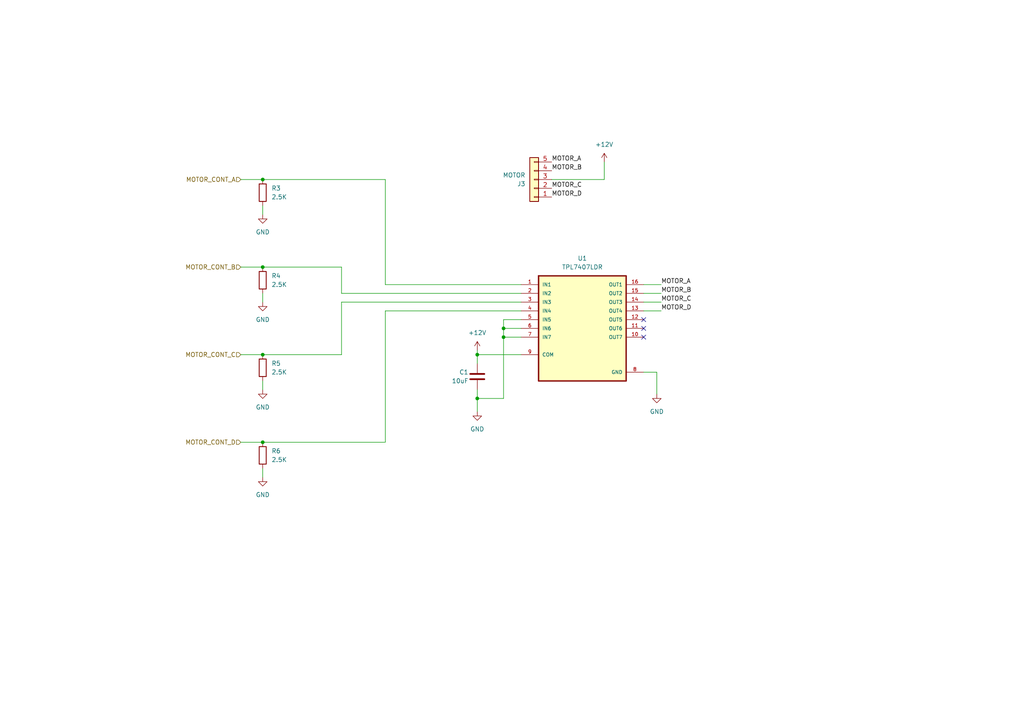
<source format=kicad_sch>
(kicad_sch (version 20250114) (generator "eeschema") (generator_version "9.0")
  (paper "A4")
  (lib_symbols
    (symbol "Connector_Generic:Conn_01x05" (pin_names (offset 1.016) (hide yes))
      (property "Reference" "J" (at 0 7.62 0))
      (property "Value" "Conn_01x05" (at 0 -7.62 0))
      (symbol "Conn_01x05_1_1"
        (rectangle (start -1.27 6.35) (end 1.27 -6.35) (stroke (width 0.254)) (fill (type background)))
        (rectangle (start -1.27 5.207) (end 0 4.953) (stroke (width 0.1524)))
        (rectangle (start -1.27 2.667) (end 0 2.413) (stroke (width 0.1524)))
        (rectangle (start -1.27 0.127) (end 0 -0.127) (stroke (width 0.1524)))
        (rectangle (start -1.27 -2.413) (end 0 -2.667) (stroke (width 0.1524)))
        (rectangle (start -1.27 -4.953) (end 0 -5.207) (stroke (width 0.1524)))
        (pin passive line (at -5.08 5.08 0) (length 3.81) (name "Pin_1") (number "1"))
        (pin passive line (at -5.08 2.54 0) (length 3.81) (name "Pin_2") (number "2"))
        (pin passive line (at -5.08 0 0) (length 3.81) (name "Pin_3") (number "3"))
        (pin passive line (at -5.08 -2.54 0) (length 3.81) (name "Pin_4") (number "4"))
        (pin passive line (at -5.08 -5.08 0) (length 3.81) (name "Pin_5") (number "5"))
      )
    )
    (symbol "Device:C" (pin_numbers (hide yes)) (pin_names (offset 0.254))
      (property "Reference" "C" (at 0.635 2.54 0))
      (property "Value" "C" (at 0.635 -2.54 0))
      (symbol "C_0_1"
        (polyline (pts (xy -2.032 0.762) (xy 2.032 0.762)) (stroke (width 0.508)))
        (polyline (pts (xy -2.032 -0.762) (xy 2.032 -0.762)) (stroke (width 0.508)))
      )
      (symbol "C_1_1"
        (pin passive line (at 0 3.81 270) (length 2.794) (name "~") (number "1"))
        (pin passive line (at 0 -3.81 90) (length 2.794) (name "~") (number "2"))
      )
    )
    (symbol "Device:R" (pin_numbers (hide yes)) (pin_names (offset 0))
      (property "Reference" "R" (at 2.032 0 90))
      (property "Value" "R" (at 0 0 90))
      (symbol "R_0_1"
        (rectangle (start -1.016 -2.54) (end 1.016 2.54) (stroke (width 0.254)))
      )
      (symbol "R_1_1"
        (pin passive line (at 0 3.81 270) (length 1.27) (name "~") (number "1"))
        (pin passive line (at 0 -3.81 90) (length 1.27) (name "~") (number "2"))
      )
    )
    (symbol "TPL7407LDR:TPL7407LDR" (pin_names (offset 1.016))
      (property "Reference" "U" (at -12.7 16.24 0))
      (property "Value" "TPL7407LDR" (at -12.7 -19.24 0))
      (symbol "TPL7407LDR_0_0"
        (rectangle (start -12.7 -15.24) (end 12.7 15.24) (stroke (width 0.41)) (fill (type background)))
        (pin input line (at -17.78 12.7 0) (length 5.08) (name "IN1") (number "1"))
        (pin input line (at -17.78 10.16 0) (length 5.08) (name "IN2") (number "2"))
        (pin input line (at -17.78 7.62 0) (length 5.08) (name "IN3") (number "3"))
        (pin input line (at -17.78 5.08 0) (length 5.08) (name "IN4") (number "4"))
        (pin input line (at -17.78 2.54 0) (length 5.08) (name "IN5") (number "5"))
        (pin input line (at -17.78 0 0) (length 5.08) (name "IN6") (number "6"))
        (pin input line (at -17.78 -2.54 0) (length 5.08) (name "IN7") (number "7"))
        (pin bidirectional line (at -17.78 -7.62 0) (length 5.08) (name "COM") (number "9"))
        (pin output line (at 17.78 12.7 180) (length 5.08) (name "OUT1") (number "16"))
        (pin output line (at 17.78 10.16 180) (length 5.08) (name "OUT2") (number "15"))
        (pin output line (at 17.78 7.62 180) (length 5.08) (name "OUT3") (number "14"))
        (pin output line (at 17.78 5.08 180) (length 5.08) (name "OUT4") (number "13"))
        (pin output line (at 17.78 2.54 180) (length 5.08) (name "OUT5") (number "12"))
        (pin output line (at 17.78 0 180) (length 5.08) (name "OUT6") (number "11"))
        (pin output line (at 17.78 -2.54 180) (length 5.08) (name "OUT7") (number "10"))
        (pin power_in line (at 17.78 -12.7 180) (length 5.08) (name "GND") (number "8"))
      )
    )
    (symbol "power:+12V" (power) (pin_numbers (hide yes)) (pin_names (offset 0) (hide yes))
      (property "Value" "+12V" (at 0 3.556 0))
      (symbol "+12V_0_1"
        (polyline (pts (xy -0.762 1.27) (xy 0 2.54)))
        (polyline (pts (xy 0 2.54) (xy 0.762 1.27)))
        (polyline (pts (xy 0 0) (xy 0 2.54)))
      )
      (symbol "+12V_1_1"
        (pin power_in line (at 0 0 90) (length 0) (name "~") (number "1"))
      )
    )
    (symbol "power:GND" (power) (pin_numbers (hide yes)) (pin_names (offset 0) (hide yes))
      (property "Value" "GND" (at 0 -3.81 0))
      (symbol "GND_0_1"
        (polyline (pts (xy 0 0) (xy 0 -1.27) (xy 1.27 -1.27) (xy 0 -2.54) (xy -1.27 -1.27) (xy 0 -1.27)))
      )
      (symbol "GND_1_1"
        (pin power_in line (at 0 0 270) (length 0) (name "~") (number "1"))
      )
    )
  )
  (junction (at 76.2 77.47))
  (junction (at 76.2 128.27))
  (junction (at 76.2 52.07))
  (junction (at 146.05 95.25))
  (junction (at 138.43 102.87))
  (junction (at 76.1999 102.87))
  (junction (at 146.05 97.79))
  (junction (at 138.43 115.57))
  (no_connect (at 186.69 95.25))
  (no_connect (at 186.69 97.79))
  (no_connect (at 186.69 92.71))
  (wire (pts (xy 69.85 77.47) (xy 76.2 77.47)))
  (wire (pts (xy 175.26 46.99) (xy 175.26 52.07)))
  (wire (pts (xy 76.2 85.09) (xy 76.2 87.63)))
  (wire (pts (xy 151.13 90.17) (xy 111.76 90.17)))
  (wire (pts (xy 146.05 95.25) (xy 146.05 97.79)))
  (wire (pts (xy 76.2 77.47) (xy 99.06 77.47)))
  (wire (pts (xy 138.43 102.87) (xy 138.43 105.41)))
  (wire (pts (xy 69.85 52.07) (xy 76.2 52.07)))
  (wire (pts (xy 138.43 115.57) (xy 138.43 119.38)))
  (wire (pts (xy 186.69 85.09) (xy 191.77 85.09)))
  (wire (pts (xy 146.05 97.79) (xy 151.13 97.79)))
  (wire (pts (xy 99.06 85.09) (xy 151.13 85.09)))
  (wire (pts (xy 175.26 52.07) (xy 160.02 52.07)))
  (wire (pts (xy 99.06 85.09) (xy 99.06 77.47)))
  (wire (pts (xy 76.2 135.89) (xy 76.2 138.43)))
  (wire (pts (xy 186.69 82.55) (xy 191.77 82.55)))
  (wire (pts (xy 186.69 107.95) (xy 190.5 107.95)))
  (wire (pts (xy 76.1999 110.49) (xy 76.1999 113.03)))
  (wire (pts (xy 76.1999 102.87) (xy 99.06 102.87)))
  (wire (pts (xy 146.05 92.71) (xy 146.05 95.25)))
  (wire (pts (xy 138.43 101.6) (xy 138.43 102.87)))
  (wire (pts (xy 76.2 52.07) (xy 111.76 52.07)))
  (wire (pts (xy 186.69 87.63) (xy 191.77 87.63)))
  (wire (pts (xy 190.5 107.95) (xy 190.5 114.3)))
  (wire (pts (xy 76.2 59.69) (xy 76.2 62.23)))
  (wire (pts (xy 146.05 95.25) (xy 151.13 95.25)))
  (wire (pts (xy 99.06 87.63) (xy 99.06 102.87)))
  (wire (pts (xy 186.69 90.17) (xy 191.77 90.17)))
  (wire (pts (xy 69.85 102.87) (xy 76.1999 102.87)))
  (wire (pts (xy 111.76 82.55) (xy 111.76 52.07)))
  (wire (pts (xy 138.43 113.03) (xy 138.43 115.57)))
  (wire (pts (xy 151.13 82.55) (xy 111.76 82.55)))
  (wire (pts (xy 138.43 102.87) (xy 151.13 102.87)))
  (wire (pts (xy 151.13 92.71) (xy 146.05 92.71)))
  (wire (pts (xy 76.2 128.27) (xy 111.76 128.27)))
  (wire (pts (xy 146.05 115.57) (xy 138.43 115.57)))
  (wire (pts (xy 111.76 90.17) (xy 111.76 128.27)))
  (wire (pts (xy 69.85 128.27) (xy 76.2 128.27)))
  (wire (pts (xy 151.13 87.63) (xy 99.06 87.63)))
  (wire (pts (xy 146.05 97.79) (xy 146.05 115.57)))
  (label "MOTOR_D" (at 160.02 57.15 0))
  (label "MOTOR_D" (at 191.77 90.17 0))
  (label "MOTOR_A" (at 160.02 46.99 0))
  (label "MOTOR_B" (at 160.02 49.53 0))
  (label "MOTOR_B" (at 191.77 85.09 0))
  (label "MOTOR_C" (at 191.77 87.63 0))
  (label "MOTOR_A" (at 191.77 82.55 0))
  (label "MOTOR_C" (at 160.02 54.61 0))
  (hierarchical_label "MOTOR_CONT_D" (shape input) (at 69.85 128.27 180))
  (hierarchical_label "MOTOR_CONT_A" (shape input) (at 69.85 52.07 180))
  (hierarchical_label "MOTOR_CONT_C" (shape input) (at 69.85 102.87 180))
  (hierarchical_label "MOTOR_CONT_B" (shape input) (at 69.85 77.47 180))
  (symbol (lib_id "power:GND") (at 76.2 87.63 0) (unit 1)
    (property "Reference" "#PWR024" (effects (hide yes)))
    (property "Value" "GND" (at 76.2 92.71 0))
    (property "Description" "Power symbol creates a global label with name \"GND\" , ground" (effects (hide yes)))
  )
  (symbol (lib_id "Device:R") (at 76.1999 106.68 0) (unit 1)
    (property "Reference" "R5" (at 78.7399 105.4099 0) (effects (justify left)))
    (property "Value" "2.5K" (at 78.7399 107.9499 0) (effects (justify left)))
    (property "Footprint" "Resistor_SMD:R_0805_2012Metric_Pad1.20x1.40mm_HandSolder" (effects (hide yes)))
    (property "Description" "Resistor" (effects (hide yes)))
  )
  (symbol (lib_id "power:GND") (at 190.5 114.3 0) (unit 1)
    (property "Reference" "#PWR01" (effects (hide yes)))
    (property "Value" "GND" (at 190.5 119.38 0))
    (property "Description" "Power symbol creates a global label with name \"GND\" , ground" (effects (hide yes)))
  )
  (symbol (lib_id "Device:R") (at 76.2 81.28 0) (unit 1)
    (property "Reference" "R4" (at 78.74 80.0099 0) (effects (justify left)))
    (property "Value" "2.5K" (at 78.74 82.5499 0) (effects (justify left)))
    (property "Footprint" "Resistor_SMD:R_0805_2012Metric_Pad1.20x1.40mm_HandSolder" (effects (hide yes)))
    (property "Description" "Resistor" (effects (hide yes)))
  )
  (symbol (lib_id "power:GND") (at 76.1999 113.03 0) (unit 1)
    (property "Reference" "#PWR025" (effects (hide yes)))
    (property "Value" "GND" (at 76.1999 118.11 0))
    (property "Description" "Power symbol creates a global label with name \"GND\" , ground" (effects (hide yes)))
  )
  (symbol (lib_id "power:GND") (at 138.43 119.38 0) (unit 1)
    (property "Reference" "#PWR04" (effects (hide yes)))
    (property "Value" "GND" (at 138.43 124.46 0))
    (property "Description" "Power symbol creates a global label with name \"GND\" , ground" (effects (hide yes)))
  )
  (symbol (lib_id "power:GND") (at 76.2 62.23 0) (unit 1)
    (property "Reference" "#PWR023" (effects (hide yes)))
    (property "Value" "GND" (at 76.2 67.31 0))
    (property "Description" "Power symbol creates a global label with name \"GND\" , ground" (effects (hide yes)))
  )
  (symbol (lib_id "Device:R") (at 76.2 132.08 0) (unit 1)
    (property "Reference" "R6" (at 78.74 130.8099 0) (effects (justify left)))
    (property "Value" "2.5K" (at 78.74 133.3499 0) (effects (justify left)))
    (property "Footprint" "Resistor_SMD:R_0805_2012Metric_Pad1.20x1.40mm_HandSolder" (effects (hide yes)))
    (property "Description" "Resistor" (effects (hide yes)))
  )
  (symbol (lib_id "TPL7407LDR:TPL7407LDR") (at 168.91 95.25 0) (unit 1)
    (property "Reference" "U1" (at 168.91 74.93 0))
    (property "Value" "TPL7407LDR" (at 168.91 77.47 0))
    (property "Footprint" "TPL7407LDR:SOIC127P600X175-16N" (effects (hide yes)))
    (property "MF" "Texas Instruments" (effects (hide yes)))
    (property "Description_1" "40-V, 7-ch NMOS array low-side driver" (effects (hide yes)))
    (property "Package" "SOIC-16 Texas Instruments" (effects (hide yes)))
    (property "Price" "None" (effects (hide yes)))
    (property "SnapEDA_Link" "https://www.snapeda.com/parts/TPL7407LDR/Texas+Instruments/view-part/?ref=snap" (effects (hide yes)))
    (property "MP" "TPL7407LDR" (effects (hide yes)))
    (property "Availability" "In Stock" (effects (hide yes)))
    (property "Check_prices" "https://www.snapeda.com/parts/TPL7407LDR/Texas+Instruments/view-part/?ref=eda" (effects (hide yes)))
  )
  (symbol (lib_id "Device:R") (at 76.2 55.88 0) (unit 1)
    (property "Reference" "R3" (at 78.74 54.6099 0) (effects (justify left)))
    (property "Value" "2.5K" (at 78.74 57.1499 0) (effects (justify left)))
    (property "Footprint" "Resistor_SMD:R_0805_2012Metric_Pad1.20x1.40mm_HandSolder" (effects (hide yes)))
    (property "Description" "Resistor" (effects (hide yes)))
  )
  (symbol (lib_id "Device:C") (at 138.43 109.22 180) (unit 1)
    (property "Reference" "C1" (at 135.89 107.95 0) (effects (justify left)))
    (property "Value" "10uF" (at 135.89 110.49 0) (effects (justify left)))
    (property "Footprint" "Resistor_SMD:R_0805_2012Metric_Pad1.20x1.40mm_HandSolder" (effects (hide yes)))
    (property "Description" "Unpolarized capacitor" (effects (hide yes)))
  )
  (symbol (lib_id "power:+12V") (at 138.43 101.6 0) (unit 1)
    (property "Reference" "#PWR03" (effects (hide yes)))
    (property "Value" "+12V" (at 138.43 96.52 0))
    (property "Description" "Power symbol creates a global label with name \"+12V\"" (effects (hide yes)))
  )
  (symbol (lib_id "power:GND") (at 76.2 138.43 0) (unit 1)
    (property "Reference" "#PWR026" (effects (hide yes)))
    (property "Value" "GND" (at 76.2 143.51 0))
    (property "Description" "Power symbol creates a global label with name \"GND\" , ground" (effects (hide yes)))
  )
  (symbol (lib_id "Connector_Generic:Conn_01x05") (at 154.94 52.07 180) (unit 1)
    (property "Reference" "J3" (at 152.4 53.3401 0) (effects (justify left)))
    (property "Value" "MOTOR" (at 152.4 50.8001 0) (effects (justify left)))
    (property "Footprint" "Connector_JST:JST_XH_S5B-XH-A-1_1x05_P2.50mm_Horizontal" (effects (hide yes)))
    (property "Description" "Generic connector, single row, 01x05, script generated (kicad-library-utils/schlib/autogen/connector/)" (effects (hide yes)))
  )
  (symbol (lib_id "power:+12V") (at 175.26 46.99 0) (unit 1)
    (property "Reference" "#PWR012" (effects (hide yes)))
    (property "Value" "+12V" (at 175.26 41.91 0))
    (property "Description" "Power symbol creates a global label with name \"+12V\"" (effects (hide yes)))
  )
)
</source>
